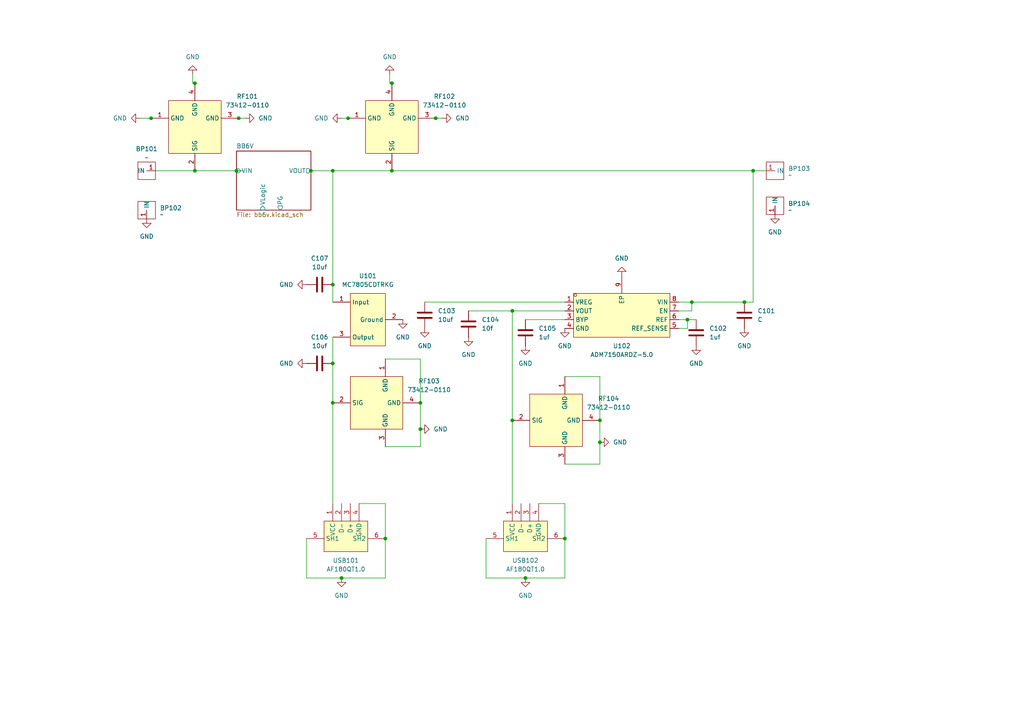
<source format=kicad_sch>
(kicad_sch (version 20231120) (generator "eeschema") (generator_version "8.0")
  (paper "A4")
  (lib_symbols
    (symbol "Connector:BananaPlug"
      (property "Reference" "BP" (at 0 3.81 0))
      (symbol "BananaPlug_0_1"
        (rectangle (start -2.54 2.54) (end 2.54 -2.54))
      )
      (symbol "BananaPlug_1_1"
        (pin input line (at -2.54 0 0) (length 2.54) (name "IN") (number "1"))
      )
    )
    (symbol "Device:C" (pin_numbers hide) (pin_names (offset 0.254))
      (property "Reference" "C" (at 0.635 2.54 0))
      (property "Value" "C" (at 0.635 -2.54 0))
      (symbol "C_0_1"
        (polyline (pts (xy -2.032 -0.762) (xy 2.032 -0.762)) (stroke (width 0.508)))
        (polyline (pts (xy -2.032 0.762) (xy 2.032 0.762)) (stroke (width 0.508)))
      )
      (symbol "C_1_1"
        (pin passive line (at 0 3.81 270) (length 2.794) (name "~") (number "1"))
        (pin passive line (at 0 -3.81 90) (length 2.794) (name "~") (number "2"))
      )
    )
    (symbol "easyeda2kicad:73412-0110"
      (property "Reference" "RF" (at 0 20.32 0))
      (property "Value" "73412-0110" (at 0 -15.24 0))
      (symbol "73412-0110_0_1"
        (rectangle (start -7.62 10.16) (end 7.62 -5.08) (fill (type background)))
        (pin unspecified line (at -12.7 5.08 0) (length 5.08) (name "GND") (number "1"))
        (pin unspecified line (at 0 -10.16 90) (length 5.08) (name "SIG") (number "2"))
        (pin unspecified line (at 12.7 5.08 180) (length 5.08) (name "GND") (number "3"))
        (pin unspecified line (at 0 15.24 270) (length 5.08) (name "GND") (number "4"))
      )
    )
    (symbol "easyeda2kicad:ADM7150ARDZ-5.0"
      (property "Reference" "U" (at 0 16.51 0))
      (property "Value" "ADM7150ARDZ-5.0" (at 0 -8.89 0))
      (symbol "ADM7150ARDZ-5.0_0_1"
        (rectangle (start -13.97 6.35) (end 13.97 -6.35) (fill (type background)))
        (circle (center -13.46 5.84) (radius 0.38))
        (pin unspecified line (at -16.51 3.81 0) (length 2.54) (name "VREG") (number "1"))
        (pin unspecified line (at -16.51 1.27 0) (length 2.54) (name "VOUT") (number "2"))
        (pin unspecified line (at -16.51 -1.27 0) (length 2.54) (name "BYP") (number "3"))
        (pin unspecified line (at -16.51 -3.81 0) (length 2.54) (name "GND") (number "4"))
        (pin unspecified line (at 16.51 -3.81 180) (length 2.54) (name "REF_SENSE") (number "5"))
        (pin unspecified line (at 16.51 -1.27 180) (length 2.54) (name "REF") (number "6"))
        (pin unspecified line (at 16.51 1.27 180) (length 2.54) (name "EN") (number "7"))
        (pin unspecified line (at 16.51 3.81 180) (length 2.54) (name "VIN") (number "8"))
        (pin unspecified line (at 0 11.43 270) (length 5.08) (name "EP") (number "9"))
      )
    )
    (symbol "easyeda2kicad:AF180QT1.0"
      (property "Reference" "USB" (at 0 15.24 0))
      (property "Value" "AF180QT1.0" (at 0 -17.78 0))
      (symbol "AF180QT1.0_0_1"
        (rectangle (start -8.89 5.08) (end 0 -7.62) (fill (type background)))
        (pin input line (at 5.08 2.54 180) (length 5.08) (name "VCC") (number "1"))
        (pin input line (at 5.08 0 180) (length 5.08) (name "D-") (number "2"))
        (pin input line (at 5.08 -2.54 180) (length 5.08) (name "D+") (number "3"))
        (pin input line (at 5.08 -5.08 180) (length 5.08) (name "GND") (number "4"))
        (pin unspecified line (at -5.08 10.16 270) (length 5.08) (name "SH1") (number "5"))
        (pin unspecified line (at -5.08 -12.7 90) (length 5.08) (name "SH2") (number "6"))
      )
    )
    (symbol "easyeda2kicad:MC7805CDTRKG"
      (property "Reference" "U" (at 0 10.16 0))
      (property "Value" "MC7805CDTRKG" (at 0 -10.16 0))
      (symbol "MC7805CDTRKG_0_1"
        (rectangle (start -5.08 7.62) (end 5.08 -7.62) (fill (type background)))
        (pin unspecified line (at 10.16 -5.08 180) (length 5.08) (name "Input") (number "1"))
        (pin unspecified line (at -10.16 0 0) (length 5.08) (name "Ground") (number "2"))
        (pin unspecified line (at 10.16 5.08 180) (length 5.08) (name "Output") (number "3"))
      )
    )
    (symbol "power:GND" (power) (pin_numbers hide) (pin_names (offset 0) hide)
      (property "Value" "GND" (at 0 -3.81 0))
      (symbol "GND_0_1"
        (polyline (pts (xy 0 0) (xy 0 -1.27) (xy 1.27 -1.27) (xy 0 -2.54) (xy -1.27 -1.27) (xy 0 -1.27)))
      )
      (symbol "GND_1_1"
        (pin power_in line (at 0 0 270) (length 0) (name "~") (number "1"))
      )
    )
  )
  (junction (at 69.215 34.29))
  (junction (at 126.365 34.29))
  (junction (at 96.52 105.41))
  (junction (at 152.4 167.64))
  (junction (at 56.515 49.53))
  (junction (at 199.39 92.71))
  (junction (at 90.17 49.53))
  (junction (at 96.52 49.53))
  (junction (at 43.815 34.29))
  (junction (at 113.665 49.53))
  (junction (at 96.52 116.84))
  (junction (at 163.83 156.21))
  (junction (at 148.59 121.92))
  (junction (at 111.76 156.21))
  (junction (at 121.92 116.84))
  (junction (at 218.44 49.53))
  (junction (at 121.92 124.46))
  (junction (at 215.9 87.63))
  (junction (at 148.59 90.17))
  (junction (at 68.58 49.53))
  (junction (at 173.99 128.27))
  (junction (at 173.99 121.92))
  (junction (at 99.06 167.64))
  (junction (at 100.965 34.29))
  (junction (at 113.665 24.13))
  (junction (at 96.52 82.55))
  (junction (at 200.66 87.63))
  (junction (at 56.515 24.13))
  (wire (pts (xy 56.515 24.13) (xy 55.88 24.13)))
  (wire (pts (xy 140.97 156.21) (xy 140.97 167.64)))
  (wire (pts (xy 173.99 134.62) (xy 173.99 128.27)))
  (wire (pts (xy 40.64 34.29) (xy 43.815 34.29)))
  (wire (pts (xy 126.365 34.29) (xy 128.27 34.29)))
  (wire (pts (xy 113.03 21.59) (xy 113.03 24.13)))
  (wire (pts (xy 88.9 167.64) (xy 99.06 167.64)))
  (wire (pts (xy 96.52 49.53) (xy 113.665 49.53)))
  (wire (pts (xy 199.39 92.71) (xy 201.93 92.71)))
  (wire (pts (xy 69.215 34.29) (xy 71.12 34.29)))
  (wire (pts (xy 96.52 49.53) (xy 96.52 82.55)))
  (wire (pts (xy 68.58 34.29) (xy 69.215 34.29)))
  (wire (pts (xy 163.83 146.05) (xy 163.83 156.21)))
  (wire (pts (xy 121.92 104.14) (xy 121.92 116.84)))
  (wire (pts (xy 68.58 49.53) (xy 70.485 49.53)))
  (wire (pts (xy 196.85 95.25) (xy 199.39 95.25)))
  (wire (pts (xy 104.14 146.05) (xy 111.76 146.05)))
  (wire (pts (xy 90.17 49.53) (xy 96.52 49.53)))
  (wire (pts (xy 113.03 24.13) (xy 113.665 24.13)))
  (wire (pts (xy 196.85 90.17) (xy 200.66 90.17)))
  (wire (pts (xy 163.83 109.22) (xy 173.99 109.22)))
  (wire (pts (xy 111.76 129.54) (xy 121.92 129.54)))
  (wire (pts (xy 43.815 34.29) (xy 44.45 34.29)))
  (wire (pts (xy 148.59 90.17) (xy 148.59 121.92)))
  (wire (pts (xy 218.44 49.53) (xy 222.25 49.53)))
  (wire (pts (xy 111.76 146.05) (xy 111.76 156.21)))
  (wire (pts (xy 56.515 49.53) (xy 68.58 49.53)))
  (wire (pts (xy 218.44 87.63) (xy 215.9 87.63)))
  (wire (pts (xy 156.21 146.05) (xy 163.83 146.05)))
  (wire (pts (xy 199.39 95.25) (xy 199.39 92.71)))
  (wire (pts (xy 152.4 167.64) (xy 163.83 167.64)))
  (wire (pts (xy 140.97 167.64) (xy 152.4 167.64)))
  (wire (pts (xy 111.76 104.14) (xy 121.92 104.14)))
  (wire (pts (xy 96.52 97.79) (xy 96.52 105.41)))
  (wire (pts (xy 148.59 121.92) (xy 148.59 146.05)))
  (wire (pts (xy 100.965 34.29) (xy 101.6 34.29)))
  (wire (pts (xy 88.9 156.21) (xy 88.9 167.64)))
  (wire (pts (xy 45.085 49.53) (xy 56.515 49.53)))
  (wire (pts (xy 99.06 167.64) (xy 111.76 167.64)))
  (wire (pts (xy 152.4 92.71) (xy 163.83 92.71)))
  (wire (pts (xy 148.59 90.17) (xy 163.83 90.17)))
  (wire (pts (xy 57.15 24.13) (xy 56.515 24.13)))
  (wire (pts (xy 111.76 167.64) (xy 111.76 156.21)))
  (wire (pts (xy 196.85 92.71) (xy 199.39 92.71)))
  (wire (pts (xy 218.44 49.53) (xy 218.44 87.63)))
  (wire (pts (xy 121.92 129.54) (xy 121.92 124.46)))
  (wire (pts (xy 96.52 82.55) (xy 96.52 87.63)))
  (wire (pts (xy 99.06 34.29) (xy 100.965 34.29)))
  (wire (pts (xy 173.99 109.22) (xy 173.99 121.92)))
  (wire (pts (xy 96.52 116.84) (xy 96.52 146.05)))
  (wire (pts (xy 173.99 128.27) (xy 173.99 121.92)))
  (wire (pts (xy 200.66 87.63) (xy 215.9 87.63)))
  (wire (pts (xy 196.85 87.63) (xy 200.66 87.63)))
  (wire (pts (xy 125.73 34.29) (xy 126.365 34.29)))
  (wire (pts (xy 113.665 24.13) (xy 114.3 24.13)))
  (wire (pts (xy 89.535 49.53) (xy 90.17 49.53)))
  (wire (pts (xy 55.88 24.13) (xy 55.88 21.59)))
  (wire (pts (xy 96.52 105.41) (xy 96.52 116.84)))
  (wire (pts (xy 121.92 124.46) (xy 121.92 116.84)))
  (wire (pts (xy 113.665 49.53) (xy 218.44 49.53)))
  (wire (pts (xy 123.19 87.63) (xy 163.83 87.63)))
  (wire (pts (xy 200.66 90.17) (xy 200.66 87.63)))
  (wire (pts (xy 135.89 90.17) (xy 148.59 90.17)))
  (wire (pts (xy 163.83 134.62) (xy 173.99 134.62)))
  (wire (pts (xy 163.83 167.64) (xy 163.83 156.21)))
  (symbol (lib_id "power:GND") (at 224.79 62.23 0) (unit 1)
    (property "Reference" "#PWR0102" (effects (hide yes)))
    (property "Value" "GND" (at 224.79 67.31 0))
    (property "Description" "Power symbol creates a global label with name \"GND\" , ground" (effects (hide yes)))
  )
  (symbol (lib_id "power:GND") (at 121.92 124.46 90) (unit 1)
    (property "Reference" "#PWR0122" (effects (hide yes)))
    (property "Value" "GND" (at 125.73 124.4599 90) (effects (justify right)))
    (property "Description" "Power symbol creates a global label with name \"GND\" , ground" (effects (hide yes)))
  )
  (symbol (lib_id "easyeda2kicad:ADM7150ARDZ-5.0") (at 180.34 91.44 0) (unit 1)
    (property "Reference" "U102" (at 180.34 100.33 0))
    (property "Value" "ADM7150ARDZ-5.0" (at 180.34 102.87 0))
    (property "Footprint" "easyeda2kicad:SOIC-8_L4.9-W3.9-P1.27-LS6.0-BL-EP" (effects (hide yes)))
    (property "Datasheet" "https://lcsc.com/product-detail/Low-Dropout-Regulators-LDO_Analog-Devices_ADM7150ARDZ-5-0_Analog-Devices-ADI-ADM7150ARDZ-5-0_C208034.html" (effects (hide yes)))
    (property "LCSC Part" "C208034" (effects (hide yes)))
  )
  (symbol (lib_id "easyeda2kicad:AF180QT1.0") (at 99.06 151.13 90) (unit 1)
    (property "Reference" "USB101" (at 100.33 162.56 90))
    (property "Value" "AF180QT1.0" (at 100.33 165.1 90))
    (property "Footprint" "easyeda2kicad:USB-A-SMD_AF180QT1.0" (effects (hide yes)))
    (property "Datasheet" "https://lcsc.com/product-detail/USB-Connectors_SHOU-HAN-AF180QT1-0_C404963.html" (effects (hide yes)))
    (property "LCSC Part" "C404963" (effects (hide yes)))
  )
  (symbol (lib_id "power:GND") (at 88.9 82.55 270) (unit 1)
    (property "Reference" "#PWR0111" (effects (hide yes)))
    (property "Value" "GND" (at 85.09 82.5499 90) (effects (justify right)))
    (property "Description" "Power symbol creates a global label with name \"GND\" , ground" (effects (hide yes)))
  )
  (symbol (lib_id "power:GND") (at 99.06 167.64 0) (unit 1)
    (property "Reference" "#PWR0103" (effects (hide yes)))
    (property "Value" "GND" (at 99.06 172.72 0))
    (property "Description" "Power symbol creates a global label with name \"GND\" , ground" (effects (hide yes)))
  )
  (symbol (lib_id "power:GND") (at 71.12 34.29 90) (unit 1)
    (property "Reference" "#PWR0116" (effects (hide yes)))
    (property "Value" "GND" (at 74.93 34.2899 90) (effects (justify right)))
    (property "Description" "Power symbol creates a global label with name \"GND\" , ground" (effects (hide yes)))
  )
  (symbol (lib_id "power:GND") (at 215.9 95.25 0) (unit 1)
    (property "Reference" "#PWR0109" (effects (hide yes)))
    (property "Value" "GND" (at 215.9 100.33 0))
    (property "Description" "Power symbol creates a global label with name \"GND\" , ground" (effects (hide yes)))
  )
  (symbol (lib_id "easyeda2kicad:73412-0110") (at 113.665 39.37 0) (unit 1)
    (property "Reference" "RF102" (at 128.905 27.9714 0))
    (property "Value" "73412-0110" (at 128.905 30.5114 0))
    (property "Footprint" "easyeda2kicad:ANT-SMD_73412-0110" (effects (hide yes)))
    (property "Datasheet" "https://lcsc.com/product-detail/RF-Connectors-Coaxial-Connectors_MOLEX-73412-0110_C434806.html" (effects (hide yes)))
    (property "LCSC Part" "C434806" (effects (hide yes)))
  )
  (symbol (lib_id "power:GND") (at 113.03 21.59 180) (unit 1)
    (property "Reference" "#PWR0114" (effects (hide yes)))
    (property "Value" "GND" (at 113.03 16.51 0))
    (property "Description" "Power symbol creates a global label with name \"GND\" , ground" (effects (hide yes)))
  )
  (symbol (lib_id "Device:C") (at 152.4 96.52 0) (unit 1)
    (property "Reference" "C105" (at 156.21 95.2499 0) (effects (justify left)))
    (property "Value" "1uf" (at 156.21 97.7899 0) (effects (justify left)))
    (property "Footprint" "Capacitor_SMD:C_0603_1608Metric" (effects (hide yes)))
    (property "Description" "Unpolarized capacitor" (effects (hide yes)))
  )
  (symbol (lib_id "Device:C") (at 135.89 93.98 0) (unit 1)
    (property "Reference" "C104" (at 139.7 92.7099 0) (effects (justify left)))
    (property "Value" "10f" (at 139.7 95.2499 0) (effects (justify left)))
    (property "Footprint" "Capacitor_SMD:C_0603_1608Metric" (effects (hide yes)))
    (property "Description" "Unpolarized capacitor" (effects (hide yes)))
  )
  (symbol (lib_id "power:GND") (at 128.27 34.29 90) (unit 1)
    (property "Reference" "#PWR0113" (effects (hide yes)))
    (property "Value" "GND" (at 132.08 34.2899 90) (effects (justify right)))
    (property "Description" "Power symbol creates a global label with name \"GND\" , ground" (effects (hide yes)))
  )
  (symbol (lib_id "power:GND") (at 152.4 100.33 0) (unit 1)
    (property "Reference" "#PWR0104" (effects (hide yes)))
    (property "Value" "GND" (at 152.4 105.41 0))
    (property "Description" "Power symbol creates a global label with name \"GND\" , ground" (effects (hide yes)))
  )
  (symbol (lib_id "power:GND") (at 123.19 95.25 0) (unit 1)
    (property "Reference" "#PWR0106" (effects (hide yes)))
    (property "Value" "GND" (at 123.19 100.33 0))
    (property "Description" "Power symbol creates a global label with name \"GND\" , ground" (effects (hide yes)))
  )
  (symbol (lib_id "Connector:BananaPlug") (at 224.79 59.69 90) (unit 1)
    (property "Reference" "BP104" (at 228.6 59.0549 90) (effects (justify right)))
    (property "Value" "~" (at 228.6 60.96 90) (effects (justify right)))
    (property "Footprint" "Custom:BananaPlug" (effects (hide yes)))
  )
  (symbol (lib_id "power:GND") (at 163.83 95.25 0) (unit 1)
    (property "Reference" "#PWR0107" (effects (hide yes)))
    (property "Value" "GND" (at 163.83 100.33 0))
    (property "Description" "Power symbol creates a global label with name \"GND\" , ground" (effects (hide yes)))
  )
  (symbol (lib_id "power:GND") (at 173.99 128.27 90) (unit 1)
    (property "Reference" "#PWR0121" (effects (hide yes)))
    (property "Value" "GND" (at 177.8 128.2699 90) (effects (justify right)))
    (property "Description" "Power symbol creates a global label with name \"GND\" , ground" (effects (hide yes)))
  )
  (symbol (lib_id "Connector:BananaPlug") (at 42.545 60.96 90) (unit 1)
    (property "Reference" "BP102" (at 46.355 60.3249 90) (effects (justify right)))
    (property "Value" "~" (at 46.355 62.23 90) (effects (justify right)))
    (property "Footprint" "Custom:BananaPlug" (effects (hide yes)))
  )
  (symbol (lib_id "Device:C") (at 92.71 82.55 90) (unit 1)
    (property "Reference" "C107" (at 92.71 74.93 90))
    (property "Value" "10uf" (at 92.71 77.47 90))
    (property "Footprint" "Capacitor_SMD:C_0603_1608Metric" (effects (hide yes)))
    (property "Description" "Unpolarized capacitor" (effects (hide yes)))
  )
  (symbol (lib_id "easyeda2kicad:73412-0110") (at 106.68 116.84 270) (unit 1)
    (property "Reference" "RF103" (at 124.46 110.5214 90))
    (property "Value" "73412-0110" (at 124.46 113.0614 90))
    (property "Footprint" "easyeda2kicad:ANT-SMD_73412-0110" (effects (hide yes)))
    (property "Datasheet" "https://lcsc.com/product-detail/RF-Connectors-Coaxial-Connectors_MOLEX-73412-0110_C434806.html" (effects (hide yes)))
    (property "LCSC Part" "C434806" (effects (hide yes)))
  )
  (symbol (lib_id "Device:C") (at 123.19 91.44 0) (unit 1)
    (property "Reference" "C103" (at 127 90.1699 0) (effects (justify left)))
    (property "Value" "10uf" (at 127 92.7099 0) (effects (justify left)))
    (property "Footprint" "Capacitor_SMD:C_0603_1608Metric" (effects (hide yes)))
    (property "Description" "Unpolarized capacitor" (effects (hide yes)))
  )
  (symbol (lib_id "Connector:BananaPlug") (at 42.545 49.53 180) (unit 1)
    (property "Reference" "BP101" (at 42.545 43.18 0))
    (property "Value" "~" (at 42.545 45.72 0))
    (property "Footprint" "Custom:BananaPlug" (effects (hide yes)))
  )
  (symbol (lib_id "power:GND") (at 180.34 80.01 180) (unit 1)
    (property "Reference" "#PWR0120" (effects (hide yes)))
    (property "Value" "GND" (at 180.34 74.93 0))
    (property "Description" "Power symbol creates a global label with name \"GND\" , ground" (effects (hide yes)))
  )
  (symbol (lib_id "Device:C") (at 201.93 96.52 0) (unit 1)
    (property "Reference" "C102" (at 205.74 95.2499 0) (effects (justify left)))
    (property "Value" "1uf" (at 205.74 97.7899 0) (effects (justify left)))
    (property "Footprint" "Capacitor_SMD:C_0603_1608Metric" (effects (hide yes)))
    (property "Description" "Unpolarized capacitor" (effects (hide yes)))
  )
  (symbol (lib_id "power:GND") (at 55.88 21.59 180) (unit 1)
    (property "Reference" "#PWR0117" (effects (hide yes)))
    (property "Value" "GND" (at 55.88 16.51 0))
    (property "Description" "Power symbol creates a global label with name \"GND\" , ground" (effects (hide yes)))
  )
  (symbol (lib_id "power:GND") (at 201.93 100.33 0) (unit 1)
    (property "Reference" "#PWR0108" (effects (hide yes)))
    (property "Value" "GND" (at 201.93 105.41 0))
    (property "Description" "Power symbol creates a global label with name \"GND\" , ground" (effects (hide yes)))
  )
  (symbol (lib_id "power:GND") (at 99.06 34.29 270) (unit 1)
    (property "Reference" "#PWR0115" (effects (hide yes)))
    (property "Value" "GND" (at 95.25 34.2899 90) (effects (justify right)))
    (property "Description" "Power symbol creates a global label with name \"GND\" , ground" (effects (hide yes)))
  )
  (symbol (lib_id "power:GND") (at 135.89 97.79 0) (unit 1)
    (property "Reference" "#PWR0105" (effects (hide yes)))
    (property "Value" "GND" (at 135.89 102.87 0))
    (property "Description" "Power symbol creates a global label with name \"GND\" , ground" (effects (hide yes)))
  )
  (symbol (lib_id "Device:C") (at 215.9 91.44 0) (unit 1)
    (property "Reference" "C101" (at 219.71 90.1699 0) (effects (justify left)))
    (property "Value" "C" (at 219.71 92.7099 0) (effects (justify left)))
    (property "Footprint" "Capacitor_SMD:C_0603_1608Metric" (effects (hide yes)))
    (property "Description" "Unpolarized capacitor" (effects (hide yes)))
  )
  (symbol (lib_id "power:GND") (at 116.84 92.71 0) (unit 1)
    (property "Reference" "#PWR0110" (effects (hide yes)))
    (property "Value" "GND" (at 116.84 97.79 0))
    (property "Description" "Power symbol creates a global label with name \"GND\" , ground" (effects (hide yes)))
  )
  (symbol (lib_id "power:GND") (at 42.545 63.5 0) (unit 1)
    (property "Reference" "#PWR0101" (effects (hide yes)))
    (property "Value" "GND" (at 42.545 68.58 0))
    (property "Description" "Power symbol creates a global label with name \"GND\" , ground" (effects (hide yes)))
  )
  (symbol (lib_id "power:GND") (at 152.4 167.64 0) (unit 1)
    (property "Reference" "#PWR0119" (effects (hide yes)))
    (property "Value" "GND" (at 152.4 172.72 0))
    (property "Description" "Power symbol creates a global label with name \"GND\" , ground" (effects (hide yes)))
  )
  (symbol (lib_id "easyeda2kicad:MC7805CDTRKG") (at 106.68 92.71 180) (unit 1)
    (property "Reference" "U101" (at 106.68 80.01 0))
    (property "Value" "MC7805CDTRKG" (at 106.68 82.55 0))
    (property "Footprint" "easyeda2kicad:TO-252-2_L6.6-W6.1-P4.58-LS9.9-TL" (effects (hide yes)))
    (property "Datasheet" "https://lcsc.com/product-detail/Linear-Voltage-Regulators_ON_MC7805CDTRKG_MC7805CDTRKG_C54285.html" (effects (hide yes)))
    (property "LCSC Part" "C54285" (effects (hide yes)))
  )
  (symbol (lib_id "Device:C") (at 92.71 105.41 90) (unit 1)
    (property "Reference" "C106" (at 92.71 97.79 90))
    (property "Value" "10uf" (at 92.71 100.33 90))
    (property "Footprint" "Capacitor_SMD:C_0603_1608Metric" (effects (hide yes)))
    (property "Description" "Unpolarized capacitor" (effects (hide yes)))
  )
  (symbol (lib_id "power:GND") (at 40.64 34.29 270) (unit 1)
    (property "Reference" "#PWR0118" (effects (hide yes)))
    (property "Value" "GND" (at 36.83 34.2899 90) (effects (justify right)))
    (property "Description" "Power symbol creates a global label with name \"GND\" , ground" (effects (hide yes)))
  )
  (symbol (lib_id "easyeda2kicad:AF180QT1.0") (at 151.13 151.13 90) (unit 1)
    (property "Reference" "USB102" (at 152.4 162.56 90))
    (property "Value" "AF180QT1.0" (at 152.4 165.1 90))
    (property "Footprint" "easyeda2kicad:USB-A-SMD_AF180QT1.0" (effects (hide yes)))
    (property "Datasheet" "https://lcsc.com/product-detail/USB-Connectors_SHOU-HAN-AF180QT1-0_C404963.html" (effects (hide yes)))
    (property "LCSC Part" "C404963" (effects (hide yes)))
  )
  (symbol (lib_id "power:GND") (at 88.9 105.41 270) (unit 1)
    (property "Reference" "#PWR0112" (effects (hide yes)))
    (property "Value" "GND" (at 85.09 105.4099 90) (effects (justify right)))
    (property "Description" "Power symbol creates a global label with name \"GND\" , ground" (effects (hide yes)))
  )
  (symbol (lib_id "Connector:BananaPlug") (at 224.79 49.53 0) (unit 1)
    (property "Reference" "BP103" (at 228.6 48.8949 0) (effects (justify left)))
    (property "Value" "~" (at 228.6 50.8 0) (effects (justify left)))
    (property "Footprint" "Custom:BananaPlug" (effects (hide yes)))
  )
  (symbol (lib_id "easyeda2kicad:73412-0110") (at 56.515 39.37 0) (unit 1)
    (property "Reference" "RF101" (at 71.755 27.9714 0))
    (property "Value" "73412-0110" (at 71.755 30.5114 0))
    (property "Footprint" "easyeda2kicad:ANT-SMD_73412-0110" (effects (hide yes)))
    (property "Datasheet" "https://lcsc.com/product-detail/RF-Connectors-Coaxial-Connectors_MOLEX-73412-0110_C434806.html" (effects (hide yes)))
    (property "LCSC Part" "C434806" (effects (hide yes)))
  )
  (symbol (lib_id "easyeda2kicad:73412-0110") (at 158.75 121.92 270) (unit 1)
    (property "Reference" "RF104" (at 176.53 115.6014 90))
    (property "Value" "73412-0110" (at 176.53 118.1414 90))
    (property "Footprint" "easyeda2kicad:ANT-SMD_73412-0110" (effects (hide yes)))
    (property "Datasheet" "https://lcsc.com/product-detail/RF-Connectors-Coaxial-Connectors_MOLEX-73412-0110_C434806.html" (effects (hide yes)))
    (property "LCSC Part" "C434806" (effects (hide yes)))
  )
  (sheet (at 68.58 43.815) (size 21.59 17.145) (stroke (width 0.1524))
    (property "Sheetname" "BB6V" (at 68.58 43.1034 0) (effects (justify left bottom)))
    (property "Sheetfile" "bb6v.kicad_sch" (at 68.58 61.5446 0) (effects (justify left top)))
    (pin "VIN" input (at 68.58 49.53 180))
    (pin "VOUT" output (at 90.17 49.53 0))
    (pin "VLogic" input (at 76.2 60.96 270))
    (pin "PG" output (at 81.28 60.96 270))
  )
)
</source>
